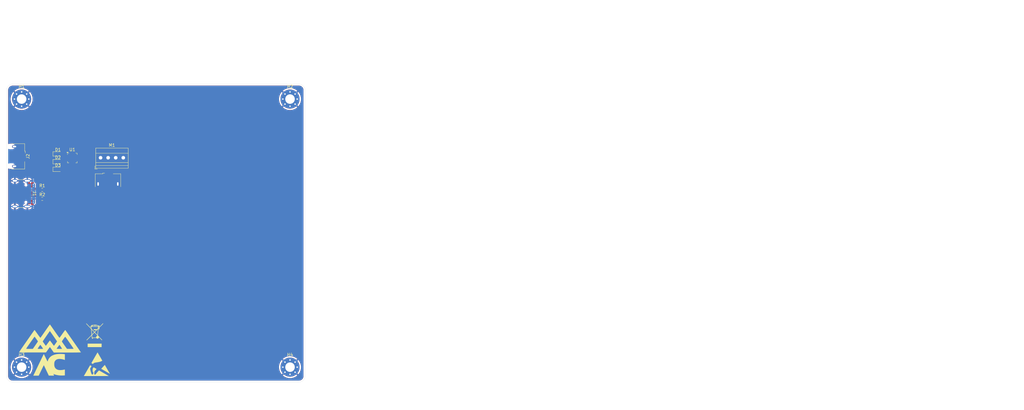
<source format=kicad_pcb>
(kicad_pcb (version 20240108) (generator "pcbnew") (generator_version "8.0")
  (title_block (title "JLCPCB_2Lyaer_0-8mm_template") (date "2024-11-08") (rev "RevA") (company "ACS"))
  (layers (0 "F.Cu" signal) (31 "B.Cu" signal) (34 "B.Paste" user) (35 "F.Paste" user) (36 "B.SilkS" user "B.Silkscreen") (37 "F.SilkS" user "F.Silkscreen") (38 "B.Mask" user) (39 "F.Mask" user) (44 "Edge.Cuts" user))
  (net 0 "")
  (net 1 "GND")
  (net 2 "VBUS")
  (net 3 "Net-(J1-CC1)")
  (net 4 "Net-(J1-CC2)")
  (net 5 "/USB+")
  (net 6 "/USB-")
  (footprint "StepperDriver-footprints:ESD-Logo_8.9x8mm_SilkScreen" (layer "F.Cu") (at 87.25 141)
    (property "Reference" "REF**" (hide yes))
    (property "Value" "ESD-Logo_8.9x8mm_SilkScreen" (hide yes))
  )
  (footprint "StepperDriver-footprints:R_0603_1608Metric_Pad0.98x0.95mm_HandSolder" (layer "F.Cu") (at 68.9125 82.5)
    (property "Reference" "R1" (at 0 -1.43 0) (layer "F.SilkS"))
    (property "Value" "5.1K")
    (pad "1" smd roundrect (at -0.9125 0) (size 0.975 0.95) (layers "F.Cu" "F.Paste" "F.Mask") (net 3 "Net-(J1-CC1)"))
    (pad "2" smd roundrect (at 0.9125 0) (size 0.975 0.95) (layers "F.Cu" "F.Paste" "F.Mask") (net 1 "GND"))
  )
  (footprint "StepperDriver-footprints:VQFN-16-1EP_3x3mm_P0.5mm_EP1.68x1.68mm" (layer "F.Cu") (at 79 71.7875)
    (property "Reference" "U1" (at 0 -2.83 0) (layer "F.SilkS"))
    (property "Value" "STSPIN220")
    (pad "1" smd roundrect (at -1.4625 -0.75) (size 0.825 0.25) (layers "F.Cu" "F.Paste" "F.Mask"))
    (pad "2" smd roundrect (at -1.4625 -0.25) (size 0.825 0.25) (layers "F.Cu" "F.Paste" "F.Mask"))
    (pad "3" smd roundrect (at -1.4625 0.25) (size 0.825 0.25) (layers "F.Cu" "F.Paste" "F.Mask"))
    (pad "4" smd roundrect (at -1.4625 0.75) (size 0.825 0.25) (layers "F.Cu" "F.Paste" "F.Mask"))
    (pad "5" smd roundrect (at -0.75 1.4625) (size 0.25 0.825) (layers "F.Cu" "F.Paste" "F.Mask"))
    (pad "6" smd roundrect (at -0.25 1.4625) (size 0.25 0.825) (layers "F.Cu" "F.Paste" "F.Mask"))
    (pad "7" smd roundrect (at 0.25 1.4625) (size 0.25 0.825) (layers "F.Cu" "F.Paste" "F.Mask"))
    (pad "8" smd roundrect (at 0.75 1.4625) (size 0.25 0.825) (layers "F.Cu" "F.Paste" "F.Mask"))
    (pad "9" smd roundrect (at 1.4625 0.75) (size 0.825 0.25) (layers "F.Cu" "F.Paste" "F.Mask"))
    (pad "10" smd roundrect (at 1.4625 0.25) (size 0.825 0.25) (layers "F.Cu" "F.Paste" "F.Mask"))
    (pad "11" smd roundrect (at 1.4625 -0.25) (size 0.825 0.25) (layers "F.Cu" "F.Paste" "F.Mask"))
    (pad "12" smd roundrect (at 1.4625 -0.75) (size 0.825 0.25) (layers "F.Cu" "F.Paste" "F.Mask"))
    (pad "13" smd roundrect (at 0.75 -1.4625) (size 0.25 0.825) (layers "F.Cu" "F.Paste" "F.Mask"))
    (pad "14" smd roundrect (at 0.25 -1.4625) (size 0.25 0.825) (layers "F.Cu" "F.Paste" "F.Mask"))
    (pad "15" smd roundrect (at -0.25 -1.4625) (size 0.25 0.825) (layers "F.Cu" "F.Paste" "F.Mask"))
    (pad "16" smd roundrect (at -0.75 -1.4625) (size 0.25 0.825) (layers "F.Cu" "F.Paste" "F.Mask"))
    (pad "17" smd rect (at 0 0) (size 1.68 1.68) (property pad_prop_heatsink) (layers "F.Cu" "F.Mask"))
  )
  (footprint "StepperDriver-footprints:MICRO-USB-SMD_10118193-0001LF" (layer "F.Cu") (at 90.95 80.5)
    (property "Reference" "J2" (hide yes))
    (property "Value" "10118193-0001LF" (hide yes))
    (pad "1" smd roundrect (at -1.3 -2.675) (size 0.4 1.35) (layers "F.Cu" "F.Paste" "F.Mask"))
    (pad "2" smd roundrect (at -0.65 -2.675) (size 0.4 1.35) (layers "F.Cu" "F.Paste" "F.Mask"))
    (pad "3" smd roundrect (at 0 -2.675) (size 0.4 1.35) (layers "F.Cu" "F.Paste" "F.Mask"))
    (pad "4" smd roundrect (at 0.65 -2.675) (size 0.4 1.35) (layers "F.Cu" "F.Paste" "F.Mask"))
    (pad "5" smd roundrect (at 1.3 -2.675) (size 0.4 1.35) (layers "F.Cu" "F.Paste" "F.Mask"))
    (pad "6" thru_hole oval (at -3.3 0 90) (size 1.6 0.9) (drill oval 1.2 0.5) (layers "*.Cu" "*.Mask" "F.Paste"))
    (pad "6" smd roundrect (at -3.2 -2.45) (size 1.6 1.4) (layers "F.Cu" "F.Paste" "F.Mask") (roundrect_rratio 0.1785714286))
    (pad "6" smd roundrect (at -1.2 0) (size 1.9 1.9) (layers "F.Cu" "F.Paste" "F.Mask") (roundrect_rratio 0.1315789474))
    (pad "6" smd roundrect (at 1.2 0) (size 1.9 1.9) (layers "F.Cu" "F.Paste" "F.Mask") (roundrect_rratio 0.1315789474))
    (pad "6" smd roundrect (at 3.2 -2.45) (size 1.6 1.4) (layers "F.Cu" "F.Paste" "F.Mask") (roundrect_rratio 0.1785714286))
    (pad "6" thru_hole oval (at 3.3 0 90) (size 1.6 0.9) (drill oval 1.2 0.5) (layers "*.Cu" "*.Mask" "F.Paste"))
  )
  (footprint "StepperDriver-footprints:AC_Logo" (layer "F.Cu") (at 71.5 136.25)
    (property "Reference" "G***" (hide yes))
    (property "Value" "LOGO" (hide yes))
  )
  (footprint "StepperDriver-footprints:MountingHole_3.2mm_M3_Pad_Via" (layer "F.Cu") (at 152 52)
    (property "Reference" "H2" (at 0 -4.2 0) (layer "F.SilkS"))
    (property "Value" "MountingHole_Pad")
    (pad "1" thru_hole circle (at -2.4 0) (size 0.8 0.8) (drill 0.5) (layers "*.Cu" "*.Mask") (net 1 "GND"))
    (pad "1" thru_hole circle (at -1.697056 -1.697056) (size 0.8 0.8) (drill 0.5) (layers "*.Cu" "*.Mask") (net 1 "GND"))
    (pad "1" thru_hole circle (at -1.697056 1.697056) (size 0.8 0.8) (drill 0.5) (layers "*.Cu" "*.Mask") (net 1 "GND"))
    (pad "1" thru_hole circle (at 0 -2.4) (size 0.8 0.8) (drill 0.5) (layers "*.Cu" "*.Mask") (net 1 "GND"))
    (pad "1" thru_hole circle (at 0 0) (size 6.4 6.4) (drill 3.2) (layers "*.Cu" "*.Mask") (net 1 "GND"))
    (pad "1" thru_hole circle (at 0 2.4) (size 0.8 0.8) (drill 0.5) (layers "*.Cu" "*.Mask") (net 1 "GND"))
    (pad "1" thru_hole circle (at 1.697056 -1.697056) (size 0.8 0.8) (drill 0.5) (layers "*.Cu" "*.Mask") (net 1 "GND"))
    (pad "1" thru_hole circle (at 1.697056 1.697056) (size 0.8 0.8) (drill 0.5) (layers "*.Cu" "*.Mask") (net 1 "GND"))
    (pad "1" thru_hole circle (at 2.4 0) (size 0.8 0.8) (drill 0.5) (layers "*.Cu" "*.Mask") (net 1 "GND"))
  )
  (footprint "StepperDriver-footprints:WEEE-Logo_5.6x8mm_SilkScreen" (layer "F.Cu") (at 86.5 131.25)
    (property "Reference" "REF**" (hide yes))
    (property "Value" "WEEE-Logo_5.6x8mm_SilkScreen" (hide yes))
  )
  (footprint "StepperDriver-footprints:LED_0603_1608Metric_Pad1.05x0.95mm_HandSolder" (layer "F.Cu") (at 74.175 75.6075)
    (property "Reference" "D3" (at 0 -1.43 0) (layer "F.SilkS"))
    (property "Value" "LED")
    (pad "1" smd roundrect (at -0.875 0) (size 1.05 0.95) (layers "F.Cu" "F.Paste" "F.Mask"))
    (pad "2" smd roundrect (at 0.875 0) (size 1.05 0.95) (layers "F.Cu" "F.Paste" "F.Mask"))
  )
  (footprint "StepperDriver-footprints:R_0603_1608Metric_Pad0.98x0.95mm_HandSolder" (layer "F.Cu") (at 68.9125 85.5)
    (property "Reference" "R2" (at 0 -1.43 0) (layer "F.SilkS"))
    (property "Value" "5.1K")
    (pad "1" smd roundrect (at -0.9125 0) (size 0.975 0.95) (layers "F.Cu" "F.Paste" "F.Mask") (net 4 "Net-(J1-CC2)"))
    (pad "2" smd roundrect (at 0.9125 0) (size 0.975 0.95) (layers "F.Cu" "F.Paste" "F.Mask") (net 1 "GND"))
  )
  (footprint "StepperDriver-footprints:MountingHole_3.2mm_M3_Pad_Via" (layer "F.Cu") (at 152 142)
    (property "Reference" "H4" (at 0 -4.2 0) (layer "F.SilkS"))
    (property "Value" "MountingHole_Pad")
    (pad "1" thru_hole circle (at -2.4 0) (size 0.8 0.8) (drill 0.5) (layers "*.Cu" "*.Mask") (net 1 "GND"))
    (pad "1" thru_hole circle (at -1.697056 -1.697056) (size 0.8 0.8) (drill 0.5) (layers "*.Cu" "*.Mask") (net 1 "GND"))
    (pad "1" thru_hole circle (at -1.697056 1.697056) (size 0.8 0.8) (drill 0.5) (layers "*.Cu" "*.Mask") (net 1 "GND"))
    (pad "1" thru_hole circle (at 0 -2.4) (size 0.8 0.8) (drill 0.5) (layers "*.Cu" "*.Mask") (net 1 "GND"))
    (pad "1" thru_hole circle (at 0 0) (size 6.4 6.4) (drill 3.2) (layers "*.Cu" "*.Mask") (net 1 "GND"))
    (pad "1" thru_hole circle (at 0 2.4) (size 0.8 0.8) (drill 0.5) (layers "*.Cu" "*.Mask") (net 1 "GND"))
    (pad "1" thru_hole circle (at 1.697056 -1.697056) (size 0.8 0.8) (drill 0.5) (layers "*.Cu" "*.Mask") (net 1 "GND"))
    (pad "1" thru_hole circle (at 1.697056 1.697056) (size 0.8 0.8) (drill 0.5) (layers "*.Cu" "*.Mask") (net 1 "GND"))
    (pad "1" thru_hole circle (at 2.4 0) (size 0.8 0.8) (drill 0.5) (layers "*.Cu" "*.Mask") (net 1 "GND"))
  )
  (footprint "StepperDriver-footprints:MountingHole_3.2mm_M3_Pad_Via" (layer "F.Cu") (at 62 52)
    (property "Reference" "H1" (at 0 -4.2 0) (layer "F.SilkS"))
    (property "Value" "MountingHole_Pad")
    (pad "1" thru_hole circle (at -2.4 0) (size 0.8 0.8) (drill 0.5) (layers "*.Cu" "*.Mask") (net 1 "GND"))
    (pad "1" thru_hole circle (at -1.697056 -1.697056) (size 0.8 0.8) (drill 0.5) (layers "*.Cu" "*.Mask") (net 1 "GND"))
    (pad "1" thru_hole circle (at -1.697056 1.697056) (size 0.8 0.8) (drill 0.5) (layers "*.Cu" "*.Mask") (net 1 "GND"))
    (pad "1" thru_hole circle (at 0 -2.4) (size 0.8 0.8) (drill 0.5) (layers "*.Cu" "*.Mask") (net 1 "GND"))
    (pad "1" thru_hole circle (at 0 0) (size 6.4 6.4) (drill 3.2) (layers "*.Cu" "*.Mask") (net 1 "GND"))
    (pad "1" thru_hole circle (at 0 2.4) (size 0.8 0.8) (drill 0.5) (layers "*.Cu" "*.Mask") (net 1 "GND"))
    (pad "1" thru_hole circle (at 1.697056 -1.697056) (size 0.8 0.8) (drill 0.5) (layers "*.Cu" "*.Mask") (net 1 "GND"))
    (pad "1" thru_hole circle (at 1.697056 1.697056) (size 0.8 0.8) (drill 0.5) (layers "*.Cu" "*.Mask") (net 1 "GND"))
    (pad "1" thru_hole circle (at 2.4 0) (size 0.8 0.8) (drill 0.5) (layers "*.Cu" "*.Mask") (net 1 "GND"))
  )
  (footprint "StepperDriver-footprints:TerminalBlock_Xinya_XY308-2.54-4P_1x04_P2.54mm_Horizontal" (layer "F.Cu") (at 88.47 71.7)
    (property "Reference" "M1" (at 3.81 -4.22 0) (layer "F.SilkS"))
    (property "Value" "Stepper_Motor_bipolar")
    (pad "1" thru_hole rect (at 0 0) (size 2 2) (drill 1.2) (layers "*.Cu" "*.Mask"))
    (pad "2" thru_hole circle (at 2.54 0) (size 2 2) (drill 1.2) (layers "*.Cu" "*.Mask"))
    (pad "3" thru_hole circle (at 5.08 0) (size 2 2) (drill 1.2) (layers "*.Cu" "*.Mask"))
    (pad "4" thru_hole circle (at 7.62 0) (size 2 2) (drill 1.2) (layers "*.Cu" "*.Mask"))
  )
  (footprint "StepperDriver-footprints:MountingHole_3.2mm_M3_Pad_Via" (layer "F.Cu") (at 62 142)
    (property "Reference" "H3" (at 0 -4.2 0) (layer "F.SilkS"))
    (property "Value" "MountingHole_Pad")
    (pad "1" thru_hole circle (at -2.4 0) (size 0.8 0.8) (drill 0.5) (layers "*.Cu" "*.Mask") (net 1 "GND"))
    (pad "1" thru_hole circle (at -1.697056 -1.697056) (size 0.8 0.8) (drill 0.5) (layers "*.Cu" "*.Mask") (net 1 "GND"))
    (pad "1" thru_hole circle (at -1.697056 1.697056) (size 0.8 0.8) (drill 0.5) (layers "*.Cu" "*.Mask") (net 1 "GND"))
    (pad "1" thru_hole circle (at 0 -2.4) (size 0.8 0.8) (drill 0.5) (layers "*.Cu" "*.Mask") (net 1 "GND"))
    (pad "1" thru_hole circle (at 0 0) (size 6.4 6.4) (drill 3.2) (layers "*.Cu" "*.Mask") (net 1 "GND"))
    (pad "1" thru_hole circle (at 0 2.4) (size 0.8 0.8) (drill 0.5) (layers "*.Cu" "*.Mask") (net 1 "GND"))
    (pad "1" thru_hole circle (at 1.697056 -1.697056) (size 0.8 0.8) (drill 0.5) (layers "*.Cu" "*.Mask") (net 1 "GND"))
    (pad "1" thru_hole circle (at 1.697056 1.697056) (size 0.8 0.8) (drill 0.5) (layers "*.Cu" "*.Mask") (net 1 "GND"))
    (pad "1" thru_hole circle (at 2.4 0) (size 0.8 0.8) (drill 0.5) (layers "*.Cu" "*.Mask") (net 1 "GND"))
  )
  (footprint "StepperDriver-footprints:LED_0603_1608Metric_Pad1.05x0.95mm_HandSolder" (layer "F.Cu") (at 74.175 70.4275)
    (property "Reference" "D1" (at 0 -1.43 0) (layer "F.SilkS"))
    (property "Value" "LED")
    (pad "1" smd roundrect (at -0.875 0) (size 1.05 0.95) (layers "F.Cu" "F.Paste" "F.Mask"))
    (pad "2" smd roundrect (at 0.875 0) (size 1.05 0.95) (layers "F.Cu" "F.Paste" "F.Mask"))
  )
  (footprint "StepperDriver-footprints:LED_0603_1608Metric_Pad1.05x0.95mm_HandSolder" (layer "F.Cu") (at 74.175 73.0175)
    (property "Reference" "D2" (at 0 -1.43 0) (layer "F.SilkS"))
    (property "Value" "LED")
    (pad "1" smd roundrect (at -0.875 0) (size 1.05 0.95) (layers "F.Cu" "F.Paste" "F.Mask"))
    (pad "2" smd roundrect (at 0.875 0) (size 1.05 0.95) (layers "F.Cu" "F.Paste" "F.Mask"))
  )
  (footprint "StepperDriver-footprints:USB_Micro-B_Amphenol_10118193-0001LF_Horizontal" (layer "F.Cu") (at 59.6 71.25 -90)
    (property "Reference" "J2" (at 0 -4.5 90) (layer "F.SilkS"))
    (property "Value" "USB_B_Micro")
    (pad "1" smd roundrect (at -1.3 -2.675 270) (size 0.4 1.35) (layers "F.Cu" "F.Paste" "F.Mask"))
    (pad "2" smd roundrect (at -0.65 -2.675 270) (size 0.4 1.35) (layers "F.Cu" "F.Paste" "F.Mask"))
    (pad "3" smd roundrect (at 0 -2.675 270) (size 0.4 1.35) (layers "F.Cu" "F.Paste" "F.Mask"))
    (pad "4" smd roundrect (at 0.65 -2.675 270) (size 0.4 1.35) (layers "F.Cu" "F.Paste" "F.Mask"))
    (pad "5" smd roundrect (at 1.3 -2.675 270) (size 0.4 1.35) (layers "F.Cu" "F.Paste" "F.Mask"))
    (pad "6" thru_hole oval (at -3.3 0) (size 1.6 0.9) (drill oval 1.2 0.5) (layers "*.Cu" "*.Mask" "F.Paste"))
    (pad "6" smd roundrect (at -3.2 -2.45 270) (size 1.6 1.4) (layers "F.Cu" "F.Paste" "F.Mask") (roundrect_rratio 0.1785714286))
    (pad "6" smd roundrect (at -1.2 0 270) (size 1.9 1.9) (layers "F.Cu" "F.Paste" "F.Mask") (roundrect_rratio 0.1315789474))
    (pad "6" smd roundrect (at 1.2 0 270) (size 1.9 1.9) (layers "F.Cu" "F.Paste" "F.Mask") (roundrect_rratio 0.1315789474))
    (pad "6" smd roundrect (at 3.2 -2.45 270) (size 1.6 1.4) (layers "F.Cu" "F.Paste" "F.Mask") (roundrect_rratio 0.1785714286))
    (pad "6" thru_hole oval (at 3.3 0) (size 1.6 0.9) (drill oval 1.2 0.5) (layers "*.Cu" "*.Mask" "F.Paste"))
  )
  (footprint "StepperDriver-footprints:USB_C_Receptacle_GCT_USB4105-xx-A_16P_TopMnt_Horizontal" (layer "F.Cu") (at 60.82 83.75 -90)
    (property "Reference" "J1" (at 0 -5.5 -90) (layer "F.SilkS"))
    (property "Value" "USB4105-GF-A")
    (pad "" np_thru_hole circle (at -2.89 -2.605 270) (size 0.65 0.65) (drill 0.65) (layers "F&B.Cu" "*.Mask"))
    (pad "" np_thru_hole circle (at 2.89 -2.605 270) (size 0.65 0.65) (drill 0.65) (layers "F&B.Cu" "*.Mask"))
    (pad "A1" smd roundrect (at -3.2 -3.68 270) (size 0.6 1.15) (layers "F.Cu" "F.Paste" "F.Mask") (net 1 "GND"))
    (pad "A4" smd roundrect (at -2.4 -3.68 270) (size 0.6 1.15) (layers "F.Cu" "F.Paste" "F.Mask") (net 2 "VBUS"))
    (pad "A5" smd roundrect (at -1.25 -3.68 270) (size 0.3 1.15) (layers "F.Cu" "F.Paste" "F.Mask") (net 3 "Net-(J1-CC1)"))
    (pad "A6" smd roundrect (at -0.25 -3.68 270) (size 0.3 1.15) (layers "F.Cu" "F.Paste" "F.Mask") (net 5 "/USB+"))
    (pad "A7" smd roundrect (at 0.25 -3.68 270) (size 0.3 1.15) (layers "F.Cu" "F.Paste" "F.Mask") (net 6 "/USB-"))
    (pad "A8" smd roundrect (at 1.25 -3.68 270) (size 0.3 1.15) (layers "F.Cu" "F.Paste" "F.Mask"))
    (pad "A9" smd roundrect (at 2.4 -3.68 270) (size 0.6 1.15) (layers "F.Cu" "F.Paste" "F.Mask") (net 2 "VBUS"))
    (pad "A12" smd roundrect (at 3.2 -3.68 270) (size 0.6 1.15) (layers "F.Cu" "F.Paste" "F.Mask") (net 1 "GND"))
    (pad "B1" smd roundrect (at 3.2 -3.68 270) (size 0.6 1.15) (layers "F.Cu" "F.Paste" "F.Mask") (net 1 "GND"))
    (pad "B4" smd roundrect (at 2.4 -3.68 270) (size 0.6 1.15) (layers "F.Cu" "F.Paste" "F.Mask") (net 2 "VBUS"))
    (pad "B5" smd roundrect (at 1.75 -3.68 270) (size 0.3 1.15) (layers "F.Cu" "F.Paste" "F.Mask") (net 4 "Net-(J1-CC2)"))
    (pad "B6" smd roundrect (at 0.75 -3.68 270) (size 0.3 1.15) (layers "F.Cu" "F.Paste" "F.Mask") (net 5 "/USB+"))
    (pad "B7" smd roundrect (at -0.75 -3.68 270) (size 0.3 1.15) (layers "F.Cu" "F.Paste" "F.Mask") (net 6 "/USB-"))
    (pad "B8" smd roundrect (at -1.75 -3.68 270) (size 0.3 1.15) (layers "F.Cu" "F.Paste" "F.Mask"))
    (pad "B9" smd roundrect (at -2.4 -3.68 270) (size 0.6 1.15) (layers "F.Cu" "F.Paste" "F.Mask") (net 2 "VBUS"))
    (pad "B12" smd roundrect (at -3.2 -3.68 270) (size 0.6 1.15) (layers "F.Cu" "F.Paste" "F.Mask") (net 1 "GND"))
    (pad "S1" thru_hole oval (at -4.32 -3.105 270) (size 1 2.1) (drill oval 0.6 1.7) (layers "*.Cu" "*.Mask" "F.Paste") (net 1 "GND"))
    (pad "S1" thru_hole oval (at -4.32 1.075 270) (size 1 1.8) (drill oval 0.6 1.4) (layers "*.Cu" "*.Mask" "F.Paste") (net 1 "GND"))
    (pad "S1" thru_hole oval (at 4.32 -3.105 270) (size 1 2.1) (drill oval 0.6 1.7) (layers "*.Cu" "*.Mask" "F.Paste") (net 1 "GND"))
    (pad "S1" thru_hole oval (at 4.32 1.075 270) (size 1 1.8) (drill oval 0.6 1.4) (layers "*.Cu" "*.Mask" "F.Paste") (net 1 "GND"))
  )
  (gr_line (start 59 47) (end 155 47) (stroke (width 0.05)) (layer "Edge.Cuts"))
  (gr_line (start 57 145) (end 57 49) (stroke (width 0.05)) (layer "Edge.Cuts"))
  (gr_arc (start 57 49) (mid 57.585786 47.585786) (end 59 47) (stroke (width 0.05)) (layer "Edge.Cuts"))
  (gr_arc (start 155 47) (mid 156.414214 47.585786) (end 157 49) (stroke (width 0.05)) (layer "Edge.Cuts"))
  (gr_arc (start 59 147) (mid 57.585786 146.414214) (end 57 145) (stroke (width 0.05)) (layer "Edge.Cuts"))
  (gr_arc (start 157 145) (mid 156.414214 146.414214) (end 155 147) (stroke (width 0.05)) (layer "Edge.Cuts"))
  (gr_line (start 155 147) (end 59 147) (stroke (width 0.05)) (layer "Edge.Cuts"))
  (gr_line (start 157 49) (end 157 145) (stroke (width 0.05)) (layer "Edge.Cuts"))
  (segment (start 66.006304 79.665562) (end 65.985933 79.685933) (width 0.6) (layer "F.Cu") (net 1))
  (segment (start 66.006304 78.982225) (end 66.006304 79.665562) (width 0.6) (layer "F.Cu") (net 1))
  (segment (start 65.121866 80.55) (end 65.585933 80.085933) (width 0.6) (layer "F.Cu") (net 1))
  (segment (start 65.585933 87.414067) (end 65.985933 87.814067) (width 0.6) (layer "F.Cu") (net 1))
  (segment (start 65.121866 86.95) (end 65.585933 87.414067) (width 0.6) (layer "F.Cu") (net 1))
  (segment (start 65.985933 87.814067) (end 66 87.828134) (width 0.6) (layer "F.Cu") (net 1))
  (segment (start 64.5 86.95) (end 65.121866 86.95) (width 0.6) (layer "F.Cu") (net 1))
  (segment (start 66 87.828134) (end 66 88.4) (width 0.6) (layer "F.Cu") (net 1))
  (segment (start 64.5 80.55) (end 65.121866 80.55) (width 0.6) (layer "F.Cu") (net 1))
  (segment (start 65.585933 80.085933) (end 65.985933 79.685933) (width 0.6) (layer "F.Cu") (net 1))
  (via (at 66 88.585933) (size 0.6) (drill 0.3) (layers "F.Cu" "B.Cu") (net 1))
  (via (at 66 88) (size 0.6) (drill 0.3) (layers "F.Cu" "B.Cu") (net 1))
  (via (at 66 78.9) (size 0.6) (drill 0.3) (layers "F.Cu" "B.Cu") (net 1))
  (via (at 66 79.5) (size 0.6) (drill 0.3) (layers "F.Cu" "B.Cu") (net 1))
  (segment (start 66 86.2) (end 66 86.8) (width 0.6) (layer "F.Cu") (net 2))
  (segment (start 65.35 86.15) (end 64.5 86.15) (width 0.6) (layer "F.Cu") (net 2))
  (segment (start 66 80.7) (end 65.35 81.35) (width 0.6) (layer "F.Cu") (net 2))
  (segment (start 66 86.8) (end 65.35 86.15) (width 0.6) (layer "F.Cu") (net 2))
  (segment (start 66 81.3) (end 66 80.7) (width 0.6) (layer "F.Cu") (net 2))
  (segment (start 66 81.3) (end 65.95 81.35) (width 0.6) (layer "F.Cu") (net 2))
  (segment (start 65.95 86.15) (end 64.5 86.15) (width 0.6) (layer "F.Cu") (net 2))
  (segment (start 65.95 81.35) (end 64.5 81.35) (width 0.6) (layer "F.Cu") (net 2))
  (segment (start 65.35 81.35) (end 64.5 81.35) (width 0.6) (layer "F.Cu") (net 2))
  (segment (start 66 86.2) (end 65.95 86.15) (width 0.6) (layer "F.Cu") (net 2))
  (via (at 66 80.7) (size 0.6) (drill 0.3) (layers "F.Cu" "B.Cu") (net 2))
  (via (at 66 81.3) (size 0.6) (drill 0.3) (layers "F.Cu" "B.Cu") (net 2))
  (via (at 66 86.8) (size 0.6) (drill 0.3) (layers "F.Cu" "B.Cu") (net 2))
  (via (at 66 86.2) (size 0.6) (drill 0.3) (layers "F.Cu" "B.Cu") (net 2))
  (segment (start 66 80.7) (end 66 86.8) (width 1) (layer "B.Cu") (net 2))
  (segment (start 64.5 82.5) (end 68 82.5) (width 0.2) (layer "F.Cu") (net 3))
  (segment (start 64.5 85.5) (end 68 85.5) (width 0.2) (layer "F.Cu") (net 4))
  (segment (start 63.8 83.5) (end 63.6 83.7) (width 0.3) (layer "F.Cu") (net 5))
  (segment (start 63.6 84.3) (end 63.8 84.5) (width 0.3) (layer "F.Cu") (net 5))
  (segment (start 63.6 83.7) (end 63.6 84.3) (width 0.3) (layer "F.Cu") (net 5))
  (segment (start 66.0115 84.5885) (end 71.2 84.5885) (width 0.55) (layer "F.Cu") (net 5))
  (segment (start 65.4 84.6) (end 66 84.6) (width 0.3) (layer "F.Cu") (net 5))
  (segment (start 65.3 84.5) (end 65.4 84.6) (width 0.3) (layer "F.Cu") (net 5))
  (segment (start 63.8 84.5) (end 64.5 84.5) (width 0.3) (layer "F.Cu") (net 5))
  (segment (start 64.5 84.5) (end 65.3 84.5) (width 0.3) (layer "F.Cu") (net 5))
  (segment (start 64.5 83.5) (end 63.8 83.5) (width 0.3) (layer "F.Cu") (net 5))
  (segment (start 66.0115 83.9115) (end 71.2 83.9115) (width 0.55) (layer "F.Cu") (net 6))
  (segment (start 65.4 83.9) (end 66 83.9) (width 0.3) (layer "F.Cu") (net 6))
  (segment (start 65.2 83) (end 65.4 83.2) (width 0.3) (layer "F.Cu") (net 6))
  (segment (start 64.5 84) (end 65.3 84) (width 0.3) (layer "F.Cu") (net 6))
  (segment (start 64.5 83) (end 65.2 83) (width 0.3) (layer "F.Cu") (net 6))
  (segment (start 65.4 83.2) (end 65.4 83.9) (width 0.3) (layer "F.Cu") (net 6))
  (segment (start 65.3 84) (end 65.4 83.9) (width 0.3) (layer "F.Cu") (net 6))
  (zone (net 1) (net_name "GND") (layers "F&B.Cu") (name "Bottom GND") (connect_pads (clearance 0.5)) (min_thickness 0.25) (fill yes (thermal_gap 0.5) (thermal_bridge_width 0.5))
    (polygon (pts (xy 56 46) (xy 158 46) (xy 158 148) (xy 56 148)))
  )
)
</source>
